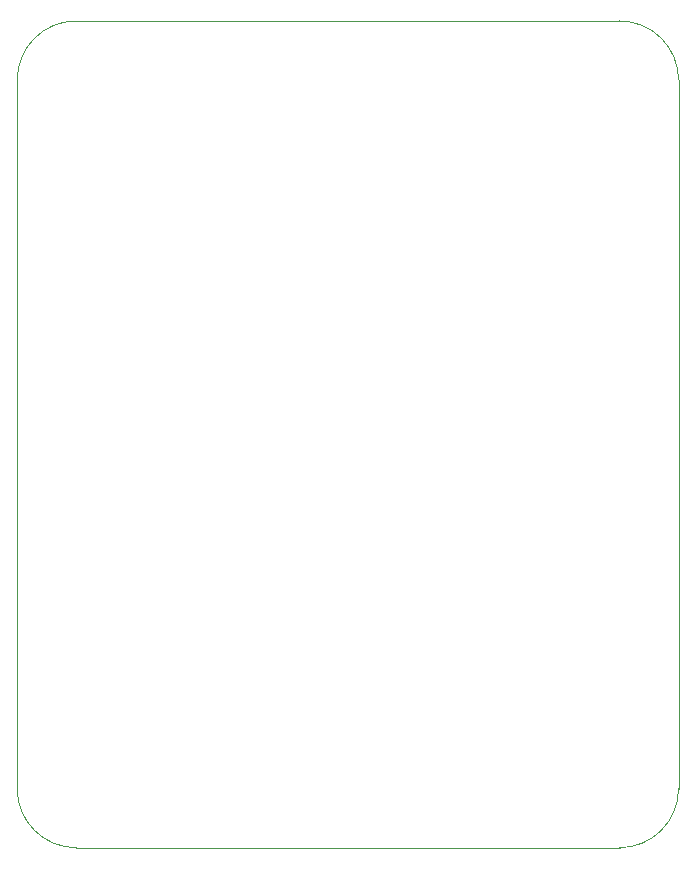
<source format=gm1>
G04 #@! TF.GenerationSoftware,KiCad,Pcbnew,8.0.5*
G04 #@! TF.CreationDate,2024-10-15T19:31:52+02:00*
G04 #@! TF.ProjectId,CANbardo,43414e62-6172-4646-9f2e-6b696361645f,Rev1*
G04 #@! TF.SameCoordinates,Original*
G04 #@! TF.FileFunction,Profile,NP*
%FSLAX46Y46*%
G04 Gerber Fmt 4.6, Leading zero omitted, Abs format (unit mm)*
G04 Created by KiCad (PCBNEW 8.0.5) date 2024-10-15 19:31:52*
%MOMM*%
%LPD*%
G01*
G04 APERTURE LIST*
G04 #@! TA.AperFunction,Profile*
%ADD10C,0.100000*%
G04 #@! TD*
G04 APERTURE END LIST*
D10*
X80000000Y-95000000D02*
G75*
G02*
X75000000Y-90000000I0J5000000D01*
G01*
X131000000Y-90000000D02*
G75*
G02*
X126000000Y-95000000I-5000000J0D01*
G01*
X131000000Y-30000000D02*
X131000000Y-90000000D01*
X126000000Y-25000000D02*
X80000000Y-25000000D01*
X75000000Y-30000000D02*
G75*
G02*
X80000000Y-25000000I5000000J0D01*
G01*
X75000000Y-30000000D02*
X75000000Y-90000000D01*
X80000000Y-95000000D02*
X126000000Y-95000000D01*
X126000000Y-25000000D02*
G75*
G02*
X131000000Y-30000000I0J-5000000D01*
G01*
M02*

</source>
